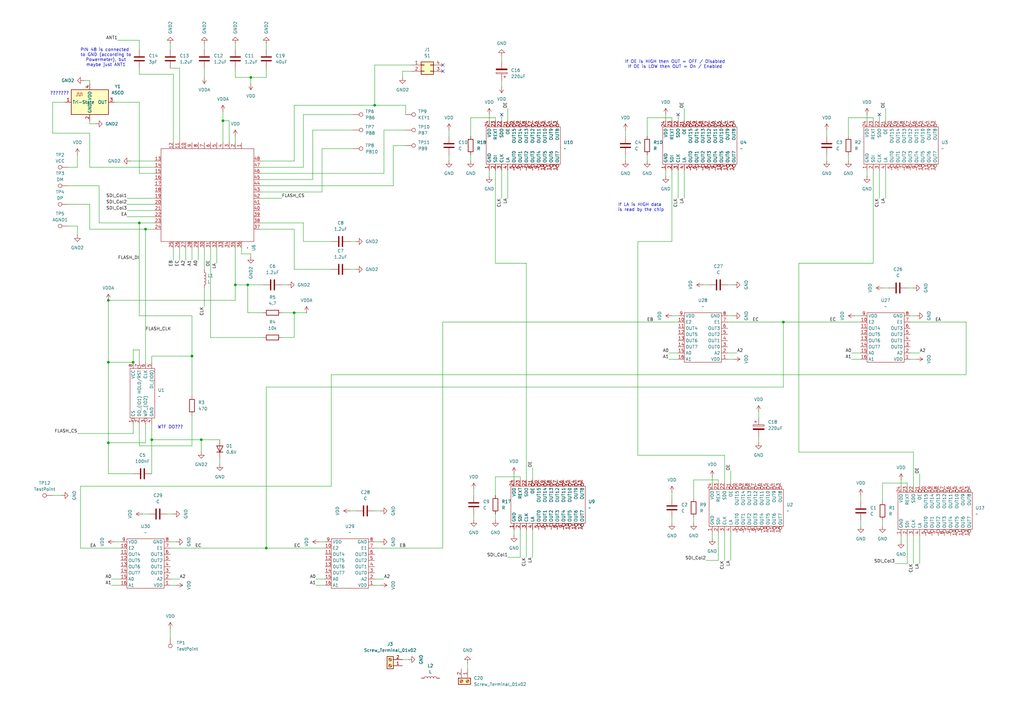
<source format=kicad_sch>
(kicad_sch (version 20250114) (generator "eeschema") (generator_version "9.0")
  (paper "A3")
  (text "???????" (at 24.384 38.354 0) (effects (font (size 1.27 1.27))))
  (text "If OE is HIGH then OUT = OFF / Disabled\nIf OE is LOW then OUT = On / Enabled" (at 276.86 26.416 0) (effects (font (size 1.27 1.27))))
  (text "If LA is HIGH data \nis read by the chip" (at 262.89 85.09 0) (effects (font (size 1.27 1.27))))
  (text "WTF DO???\n" (at 69.85 175.26 0) (effects (font (size 1.27 1.27))))
  (text "PIN 48 is connected \nto GND (according to\nPowermeter), but\nmaybe just ANT1" (at 43.434 23.622 0) (effects (font (size 1.27 1.27))))
  (junction (at 62.23 180.34))
  (junction (at 120.65 128.27))
  (junction (at 57.15 91.44))
  (junction (at 59.69 93.98))
  (junction (at 321.31 132.08))
  (junction (at 44.45 181.61))
  (junction (at 91.44 49.53))
  (junction (at 96.52 116.84))
  (junction (at 109.22 224.79))
  (junction (at 54.61 148.59))
  (junction (at 44.45 123.19))
  (junction (at 153.67 43.18))
  (junction (at 78.74 146.05))
  (junction (at 44.45 148.59))
  (junction (at 101.6 116.84))
  (junction (at 82.55 180.34))
  (junction (at 102.87 31.75))
  (no_connect (at 360.68 46.99))
  (no_connect (at 181.61 26.67))
  (no_connect (at 181.61 29.21))
  (no_connect (at 205.74 46.99))
  (no_connect (at 278.13 46.99))
  (wire (pts (xy 297.18 198.12) (xy 297.18 186.69)))
  (wire (pts (xy 52.07 81.28) (xy 63.5 81.28)))
  (wire (pts (xy 373.38 147.32) (xy 375.92 147.32)))
  (wire (pts (xy 33.02 199.39) (xy 135.89 199.39)))
  (wire (pts (xy 373.38 132.08) (xy 396.24 132.08)))
  (wire (pts (xy 374.65 185.42) (xy 374.65 199.39)))
  (wire (pts (xy 184.15 55.88) (xy 184.15 53.34)))
  (wire (pts (xy 275.59 204.47) (xy 275.59 201.93)))
  (wire (pts (xy 132.08 60.96) (xy 144.78 60.96)))
  (wire (pts (xy 374.65 219.71) (xy 374.65 231.14)))
  (wire (pts (xy 106.68 91.44) (xy 124.46 91.44)))
  (wire (pts (xy 52.07 86.36) (xy 63.5 86.36)))
  (wire (pts (xy 210.82 217.17) (xy 210.82 219.71)))
  (wire (pts (xy 299.72 193.04) (xy 299.72 198.12)))
  (wire (pts (xy 353.06 213.36) (xy 353.06 215.9)))
  (wire (pts (xy 62.23 180.34) (xy 62.23 194.31)))
  (wire (pts (xy 166.37 43.18) (xy 166.37 46.99)))
  (wire (pts (xy 284.48 196.85) (xy 284.48 204.47)))
  (wire (pts (xy 200.66 49.53) (xy 200.66 46.99)))
  (wire (pts (xy 96.52 31.75) (xy 102.87 31.75)))
  (wire (pts (xy 208.28 228.6) (xy 213.36 228.6)))
  (wire (pts (xy 115.57 138.43) (xy 120.65 138.43)))
  (wire (pts (xy 57.15 182.88) (xy 78.74 182.88)))
  (wire (pts (xy 57.15 20.32) (xy 57.15 16.51)))
  (wire (pts (xy 311.15 179.07) (xy 311.15 181.61)))
  (wire (pts (xy 215.9 107.95) (xy 203.2 107.95)))
  (wire (pts (xy 57.15 129.54) (xy 78.74 129.54)))
  (wire (pts (xy 120.65 128.27) (xy 125.73 128.27)))
  (wire (pts (xy 88.9 101.6) (xy 88.9 107.95)))
  (wire (pts (xy 194.31 203.2) (xy 194.31 200.66)))
  (wire (pts (xy 21.59 203.2) (xy 25.4 203.2)))
  (wire (pts (xy 33.02 224.79) (xy 33.02 199.39)))
  (wire (pts (xy 90.17 187.96) (xy 90.17 190.5)))
  (wire (pts (xy 157.48 71.12) (xy 157.48 53.34)))
  (wire (pts (xy 153.67 43.18) (xy 166.37 43.18)))
  (wire (pts (xy 203.2 195.58) (xy 203.2 203.2)))
  (wire (pts (xy 54.61 173.99) (xy 54.61 177.8)))
  (wire (pts (xy 57.15 41.91) (xy 57.15 71.12)))
  (wire (pts (xy 99.06 104.14) (xy 99.06 101.6)))
  (wire (pts (xy 44.45 181.61) (xy 44.45 148.59)))
  (wire (pts (xy 96.52 123.19) (xy 44.45 123.19)))
  (wire (pts (xy 106.68 71.12) (xy 157.48 71.12)))
  (wire (pts (xy 69.85 224.79) (xy 109.22 224.79)))
  (wire (pts (xy 62.23 173.99) (xy 62.23 180.34)))
  (wire (pts (xy 59.69 93.98) (xy 59.69 148.59)))
  (wire (pts (xy 358.14 107.95) (xy 327.66 107.95)))
  (wire (pts (xy 78.74 101.6) (xy 78.74 106.68)))
  (wire (pts (xy 129.54 240.03) (xy 133.35 240.03)))
  (wire (pts (xy 36.83 33.02) (xy 34.29 33.02)))
  (wire (pts (xy 62.23 180.34) (xy 82.55 180.34)))
  (wire (pts (xy 205.74 33.02) (xy 205.74 35.56)))
  (wire (pts (xy 57.15 173.99) (xy 57.15 182.88)))
  (wire (pts (xy 120.65 66.04) (xy 120.65 43.18)))
  (wire (pts (xy 292.1 198.12) (xy 292.1 195.58)))
  (wire (pts (xy 120.65 128.27) (xy 120.65 138.43)))
  (wire (pts (xy 373.38 129.54) (xy 375.92 129.54)))
  (wire (pts (xy 275.59 212.09) (xy 275.59 214.63)))
  (wire (pts (xy 208.28 44.45) (xy 208.28 49.53)))
  (wire (pts (xy 73.66 237.49) (xy 69.85 237.49)))
  (wire (pts (xy 256.54 63.5) (xy 256.54 66.04)))
  (wire (pts (xy 275.59 99.06) (xy 275.59 69.85)))
  (wire (pts (xy 86.36 101.6) (xy 86.36 138.43)))
  (wire (pts (xy 369.57 219.71) (xy 369.57 222.25)))
  (wire (pts (xy 59.69 93.98) (xy 63.5 93.98)))
  (wire (pts (xy 83.82 20.32) (xy 83.82 17.78)))
  (wire (pts (xy 31.75 96.52) (xy 31.75 92.71)))
  (wire (pts (xy 54.61 143.51) (xy 57.15 143.51)))
  (wire (pts (xy 36.83 83.82) (xy 36.83 93.98)))
  (wire (pts (xy 36.83 93.98) (xy 59.69 93.98)))
  (wire (pts (xy 213.36 217.17) (xy 213.36 228.6)))
  (wire (pts (xy 278.13 69.85) (xy 278.13 81.28)))
  (wire (pts (xy 106.68 73.66) (xy 128.27 73.66)))
  (wire (pts (xy 321.31 132.08) (xy 353.06 132.08)))
  (wire (pts (xy 31.75 177.8) (xy 54.61 177.8)))
  (wire (pts (xy 361.95 198.12) (xy 361.95 205.74)))
  (wire (pts (xy 36.83 49.53) (xy 36.83 50.8)))
  (wire (pts (xy 59.69 173.99) (xy 59.69 181.61)))
  (wire (pts (xy 102.87 104.14) (xy 99.06 104.14)))
  (wire (pts (xy 78.74 129.54) (xy 78.74 146.05)))
  (wire (pts (xy 86.36 138.43) (xy 107.95 138.43)))
  (wire (pts (xy 184.15 63.5) (xy 184.15 66.04)))
  (wire (pts (xy 369.57 199.39) (xy 369.57 196.85)))
  (wire (pts (xy 205.74 69.85) (xy 205.74 81.28)))
  (wire (pts (xy 181.61 224.79) (xy 181.61 132.08)))
  (wire (pts (xy 298.45 129.54) (xy 300.99 129.54)))
  (wire (pts (xy 31.75 68.58) (xy 27.94 68.58)))
  (wire (pts (xy 372.11 199.39) (xy 372.11 198.12)))
  (wire (pts (xy 261.62 99.06) (xy 275.59 99.06)))
  (wire (pts (xy 106.68 81.28) (xy 115.57 81.28)))
  (wire (pts (xy 69.85 222.25) (xy 72.39 222.25)))
  (wire (pts (xy 36.83 50.8) (xy 39.37 50.8)))
  (wire (pts (xy 96.52 101.6) (xy 96.52 116.84)))
  (wire (pts (xy 157.48 237.49) (xy 153.67 237.49)))
  (wire (pts (xy 181.61 132.08) (xy 278.13 132.08)))
  (wire (pts (xy 289.56 229.87) (xy 294.64 229.87)))
  (wire (pts (xy 153.67 209.55) (xy 156.21 209.55)))
  (wire (pts (xy 57.15 71.12) (xy 63.5 71.12)))
  (wire (pts (xy 83.82 101.6) (xy 83.82 110.49)))
  (wire (pts (xy 53.34 66.04) (xy 63.5 66.04)))
  (wire (pts (xy 218.44 191.77) (xy 218.44 196.85)))
  (wire (pts (xy 153.67 222.25) (xy 156.21 222.25)))
  (wire (pts (xy 200.66 69.85) (xy 200.66 72.39)))
  (wire (pts (xy 109.22 20.32) (xy 109.22 17.78)))
  (wire (pts (xy 83.82 27.94) (xy 83.82 31.75)))
  (wire (pts (xy 27.94 76.2) (xy 40.64 76.2)))
  (wire (pts (xy 327.66 185.42) (xy 374.65 185.42)))
  (wire (pts (xy 109.22 224.79) (xy 133.35 224.79)))
  (wire (pts (xy 203.2 107.95) (xy 203.2 69.85)))
  (wire (pts (xy 96.52 27.94) (xy 96.52 31.75)))
  (wire (pts (xy 353.06 205.74) (xy 353.06 203.2)))
  (wire (pts (xy 36.83 68.58) (xy 63.5 68.58)))
  (wire (pts (xy 327.66 107.95) (xy 327.66 185.42)))
  (wire (pts (xy 339.09 63.5) (xy 339.09 66.04)))
  (wire (pts (xy 265.43 63.5) (xy 265.43 66.04)))
  (wire (pts (xy 311.15 171.45) (xy 311.15 168.91)))
  (wire (pts (xy 73.66 58.42) (xy 73.66 27.94)))
  (wire (pts (xy 280.67 69.85) (xy 280.67 81.28)))
  (wire (pts (xy 203.2 210.82) (xy 203.2 213.36)))
  (wire (pts (xy 49.53 222.25) (xy 46.99 222.25)))
  (wire (pts (xy 59.69 181.61) (xy 44.45 181.61)))
  (wire (pts (xy 367.03 231.14) (xy 372.11 231.14)))
  (wire (pts (xy 91.44 49.53) (xy 91.44 58.42)))
  (wire (pts (xy 44.45 148.59) (xy 54.61 148.59)))
  (wire (pts (xy 278.13 46.99) (xy 278.13 49.53)))
  (wire (pts (xy 355.6 49.53) (xy 355.6 46.99)))
  (wire (pts (xy 106.68 78.74) (xy 132.08 78.74)))
  (wire (pts (xy 69.85 257.81) (xy 69.85 261.62)))
  (wire (pts (xy 273.05 69.85) (xy 273.05 72.39)))
  (wire (pts (xy 275.59 48.26) (xy 265.43 48.26)))
  (wire (pts (xy 265.43 48.26) (xy 265.43 55.88)))
  (wire (pts (xy 203.2 48.26) (xy 193.04 48.26)))
  (wire (pts (xy 321.31 158.75) (xy 109.22 158.75)))
  (wire (pts (xy 40.64 76.2) (xy 40.64 91.44)))
  (wire (pts (xy 106.68 68.58) (xy 124.46 68.58)))
  (wire (pts (xy 102.87 31.75) (xy 109.22 31.75)))
  (wire (pts (xy 101.6 128.27) (xy 101.6 116.84)))
  (wire (pts (xy 115.57 116.84) (xy 118.11 116.84)))
  (wire (pts (xy 27.94 83.82) (xy 36.83 83.82)))
  (wire (pts (xy 96.52 20.32) (xy 96.52 17.78)))
  (wire (pts (xy 377.19 144.78) (xy 373.38 144.78)))
  (wire (pts (xy 120.65 43.18) (xy 153.67 43.18)))
  (wire (pts (xy 62.23 148.59) (xy 62.23 146.05)))
  (wire (pts (xy 21.59 54.61) (xy 36.83 54.61)))
  (wire (pts (xy 358.14 49.53) (xy 358.14 48.26)))
  (wire (pts (xy 120.65 93.98) (xy 120.65 110.49)))
  (wire (pts (xy 165.1 29.21) (xy 168.91 29.21)))
  (wire (pts (xy 205.74 25.4) (xy 205.74 22.86)))
  (wire (pts (xy 339.09 55.88) (xy 339.09 53.34)))
  (wire (pts (xy 133.35 222.25) (xy 130.81 222.25)))
  (wire (pts (xy 78.74 182.88) (xy 78.74 170.18)))
  (wire (pts (xy 124.46 68.58) (xy 124.46 46.99)))
  (wire (pts (xy 45.72 240.03) (xy 49.53 240.03)))
  (wire (pts (xy 256.54 55.88) (xy 256.54 53.34)))
  (wire (pts (xy 358.14 48.26) (xy 347.98 48.26)))
  (wire (pts (xy 284.48 212.09) (xy 284.48 214.63)))
  (wire (pts (xy 157.48 53.34) (xy 166.37 53.34)))
  (wire (pts (xy 261.62 186.69) (xy 261.62 99.06)))
  (wire (pts (xy 294.64 218.44) (xy 294.64 229.87)))
  (wire (pts (xy 161.29 76.2) (xy 161.29 59.69)))
  (wire (pts (xy 215.9 196.85) (xy 215.9 107.95)))
  (wire (pts (xy 124.46 99.06) (xy 135.89 99.06)))
  (wire (pts (xy 44.45 123.19) (xy 44.45 148.59)))
  (wire (pts (xy 129.54 237.49) (xy 133.35 237.49)))
  (wire (pts (xy 106.68 66.04) (xy 120.65 66.04)))
  (wire (pts (xy 93.98 49.53) (xy 91.44 49.53)))
  (wire (pts (xy 208.28 69.85) (xy 208.28 81.28)))
  (wire (pts (xy 355.6 69.85) (xy 355.6 72.39)))
  (wire (pts (xy 57.15 91.44) (xy 63.5 91.44)))
  (wire (pts (xy 218.44 217.17) (xy 218.44 228.6)))
  (wire (pts (xy 57.15 143.51) (xy 57.15 148.59)))
  (wire (pts (xy 363.22 44.45) (xy 363.22 49.53)))
  (wire (pts (xy 353.06 129.54) (xy 350.52 129.54)))
  (wire (pts (xy 57.15 91.44) (xy 57.15 129.54)))
  (wire (pts (xy 273.05 49.53) (xy 273.05 46.99)))
  (wire (pts (xy 298.45 116.84) (xy 300.99 116.84)))
  (wire (pts (xy 69.85 240.03) (xy 72.39 240.03)))
  (wire (pts (xy 21.59 41.91) (xy 21.59 54.61)))
  (wire (pts (xy 203.2 49.53) (xy 203.2 48.26)))
  (wire (pts (xy 91.44 45.72) (xy 91.44 49.53)))
  (wire (pts (xy 36.83 34.29) (xy 36.83 33.02)))
  (wire (pts (xy 62.23 146.05) (xy 78.74 146.05)))
  (wire (pts (xy 321.31 132.08) (xy 321.31 158.75)))
  (wire (pts (xy 31.75 63.5) (xy 31.75 68.58)))
  (wire (pts (xy 128.27 73.66) (xy 128.27 53.34)))
  (wire (pts (xy 143.51 99.06) (xy 146.05 99.06)))
  (wire (pts (xy 165.1 31.75) (xy 165.1 29.21)))
  (wire (pts (xy 135.89 199.39) (xy 135.89 153.67)))
  (wire (pts (xy 132.08 78.74) (xy 132.08 60.96)))
  (wire (pts (xy 57.15 30.48) (xy 71.12 30.48)))
  (wire (pts (xy 57.15 27.94) (xy 57.15 30.48)))
  (wire (pts (xy 73.66 101.6) (xy 73.66 106.68)))
  (wire (pts (xy 213.36 196.85) (xy 213.36 195.58)))
  (wire (pts (xy 302.26 144.78) (xy 298.45 144.78)))
  (wire (pts (xy 153.67 26.67) (xy 168.91 26.67)))
  (wire (pts (xy 73.66 27.94) (xy 69.85 27.94)))
  (wire (pts (xy 165.1 270.51) (xy 167.64 270.51)))
  (wire (pts (xy 106.68 76.2) (xy 161.29 76.2)))
  (wire (pts (xy 210.82 196.85) (xy 210.82 194.31)))
  (wire (pts (xy 52.07 88.9) (xy 63.5 88.9)))
  (wire (pts (xy 361.95 213.36) (xy 361.95 215.9)))
  (wire (pts (xy 360.68 69.85) (xy 360.68 81.28)))
  (wire (pts (xy 294.64 196.85) (xy 284.48 196.85)))
  (wire (pts (xy 78.74 146.05) (xy 78.74 162.56)))
  (wire (pts (xy 213.36 195.58) (xy 203.2 195.58)))
  (wire (pts (xy 81.28 101.6) (xy 81.28 106.68)))
  (wire (pts (xy 96.52 58.42) (xy 96.52 55.88)))
  (wire (pts (xy 377.19 194.31) (xy 377.19 199.39)))
  (wire (pts (xy 274.32 144.78) (xy 278.13 144.78)))
  (wire (pts (xy 360.68 46.99) (xy 360.68 49.53)))
  (wire (pts (xy 298.45 132.08) (xy 321.31 132.08)))
  (wire (pts (xy 143.51 110.49) (xy 146.05 110.49)))
  (wire (pts (xy 372.11 219.71) (xy 372.11 231.14)))
  (wire (pts (xy 76.2 101.6) (xy 76.2 106.68)))
  (wire (pts (xy 278.13 129.54) (xy 275.59 129.54)))
  (wire (pts (xy 96.52 116.84) (xy 96.52 123.19)))
  (wire (pts (xy 193.04 63.5) (xy 193.04 66.04)))
  (wire (pts (xy 297.18 218.44) (xy 297.18 229.87)))
  (wire (pts (xy 102.87 105.41) (xy 102.87 104.14)))
  (wire (pts (xy 93.98 58.42) (xy 93.98 49.53)))
  (wire (pts (xy 294.64 198.12) (xy 294.64 196.85)))
  (wire (pts (xy 363.22 69.85) (xy 363.22 81.28)))
  (wire (pts (xy 46.99 41.91) (xy 57.15 41.91)))
  (wire (pts (xy 347.98 63.5) (xy 347.98 66.04)))
  (wire (pts (xy 275.59 49.53) (xy 275.59 48.26)))
  (wire (pts (xy 48.26 16.51) (xy 57.15 16.51)))
  (wire (pts (xy 109.22 158.75) (xy 109.22 224.79)))
  (wire (pts (xy 349.25 147.32) (xy 353.06 147.32)))
  (wire (pts (xy 153.67 43.18) (xy 153.67 26.67)))
  (wire (pts (xy 69.85 20.32) (xy 69.85 17.78)))
  (wire (pts (xy 372.11 198.12) (xy 361.95 198.12)))
  (wire (pts (xy 101.6 116.84) (xy 107.95 116.84)))
  (wire (pts (xy 26.67 41.91) (xy 21.59 41.91)))
  (wire (pts (xy 96.52 116.84) (xy 101.6 116.84)))
  (wire (pts (xy 33.02 224.79) (xy 49.53 224.79)))
  (wire (pts (xy 372.11 118.11) (xy 374.65 118.11)))
  (wire (pts (xy 292.1 218.44) (xy 292.1 220.98)))
  (wire (pts (xy 364.49 118.11) (xy 361.95 118.11)))
  (wire (pts (xy 280.67 44.45) (xy 280.67 49.53)))
  (wire (pts (xy 36.83 54.61) (xy 36.83 68.58)))
  (wire (pts (xy 40.64 91.44) (xy 57.15 91.44)))
  (wire (pts (xy 124.46 91.44) (xy 124.46 99.06)))
  (wire (pts (xy 106.68 93.98) (xy 120.65 93.98)))
  (wire (pts (xy 377.19 219.71) (xy 377.19 231.14)))
  (wire (pts (xy 54.61 194.31) (xy 44.45 194.31)))
  (wire (pts (xy 146.05 209.55) (xy 143.51 209.55)))
  (wire (pts (xy 124.46 46.99) (xy 144.78 46.99)))
  (wire (pts (xy 71.12 30.48) (xy 71.12 58.42)))
  (wire (pts (xy 102.87 31.75) (xy 102.87 34.29)))
  (wire (pts (xy 115.57 128.27) (xy 120.65 128.27)))
  (wire (pts (xy 68.58 210.82) (xy 71.12 210.82)))
  (wire (pts (xy 396.24 153.67) (xy 396.24 132.08)))
  (wire (pts (xy 120.65 110.49) (xy 135.89 110.49)))
  (wire (pts (xy 274.32 147.32) (xy 278.13 147.32)))
  (wire (pts (xy 290.83 116.84) (xy 288.29 116.84)))
  (wire (pts (xy 54.61 148.59) (xy 54.61 143.51)))
  (wire (pts (xy 298.45 147.32) (xy 300.99 147.32)))
  (wire (pts (xy 349.25 144.78) (xy 353.06 144.78)))
  (wire (pts (xy 83.82 118.11) (xy 83.82 125.73)))
  (wire (pts (xy 193.04 48.26) (xy 193.04 55.88)))
  (wire (pts (xy 194.31 210.82) (xy 194.31 213.36)))
  (wire (pts (xy 191.77 274.32) (xy 191.77 271.78)))
  (wire (pts (xy 71.12 101.6) (xy 71.12 106.68)))
  (wire (pts (xy 358.14 69.85) (xy 358.14 107.95)))
  (wire (pts (xy 205.74 46.99) (xy 205.74 49.53)))
  (wire (pts (xy 215.9 217.17) (xy 215.9 228.6)))
  (wire (pts (xy 128.27 53.34) (xy 144.78 53.34)))
  (wire (pts (xy 161.29 59.69) (xy 166.37 59.69)))
  (wire (pts (xy 82.55 180.34) (xy 82.55 185.42)))
  (wire (pts (xy 297.18 186.69) (xy 261.62 186.69)))
  (wire (pts (xy 31.75 92.71) (xy 27.94 92.71)))
  (wire (pts (xy 107.95 128.27) (xy 101.6 128.27)))
  (wire (pts (xy 52.07 83.82) (xy 63.5 83.82)))
  (wire (pts (xy 60.96 210.82) (xy 58.42 210.82)))
  (wire (pts (xy 347.98 48.26) (xy 347.98 55.88)))
  (wire (pts (xy 109.22 31.75) (xy 109.22 27.94)))
  (wire (pts (xy 45.72 237.49) (xy 49.53 237.49)))
  (wire (pts (xy 153.67 240.03) (xy 156.21 240.03)))
  (wire (pts (xy 299.72 218.44) (xy 299.72 229.87)))
  (wire (pts (xy 135.89 153.67) (xy 396.24 153.67)))
  (wire (pts (xy 153.67 224.79) (xy 181.61 224.79)))
  (wire (pts (xy 82.55 180.34) (xy 90.17 180.34)))
  (wire (pts (xy 44.45 194.31) (xy 44.45 181.61)))
  (label "EC" (at 80.01 224.79 0))
  (label "A1" (at 349.25 147.32 180))
  (label "LA" (at 299.72 229.87 270))
  (label "EC" (at 123.19 224.79 180))
  (label "EC" (at 73.66 106.68 270))
  (label "SDI_Col2" (at 289.56 229.87 180))
  (label "OE" (at 86.36 106.68 270))
  (label "OE" (at 363.22 44.45 90))
  (label "SDI_Col2" (at 52.07 83.82 180))
  (label "SDI_Col3" (at 367.03 231.14 180))
  (label "CLK" (at 360.68 81.28 270))
  (label "EC" (at 308.61 132.08 0))
  (label "LA" (at 377.19 231.14 270))
  (label "LA" (at 218.44 228.6 270))
  (label "LA" (at 280.67 81.28 270))
  (label "OE" (at 299.72 193.04 90))
  (label "CLK" (at 297.18 229.87 270))
  (label "A2" (at 157.48 237.49 0))
  (label "A0" (at 81.28 106.68 270))
  (label "A1" (at 129.54 240.03 180))
  (label "SDI_Col1" (at 208.28 228.6 180))
  (label "A2" (at 302.26 144.78 0))
  (label "EB" (at 267.97 132.08 180))
  (label "FLASH_CLK" (at 59.69 135.89 0))
  (label "A1" (at 78.74 106.68 270))
  (label "FLASH_CS" (at 115.57 81.28 0))
  (label "EB" (at 163.83 224.79 0))
  (label "A1" (at 274.32 147.32 180))
  (label "EA" (at 52.07 88.9 180))
  (label "SDI_Col1" (at 52.07 81.28 180))
  (label "CLK" (at 83.82 125.73 270))
  (label "LA" (at 208.28 81.28 270))
  (label "CLK" (at 215.9 228.6 270))
  (label "OE" (at 280.67 44.45 90))
  (label "EA" (at 39.37 224.79 180))
  (label "OE" (at 218.44 191.77 90))
  (label "OE" (at 208.28 44.45 90))
  (label "FLASH_CS" (at 31.75 177.8 180))
  (label "A2" (at 76.2 106.68 270))
  (label "SDI_Col3" (at 52.07 86.36 180))
  (label "OE" (at 377.19 194.31 90))
  (label "LA" (at 88.9 107.95 270))
  (label "EC" (at 342.9 132.08 180))
  (label "CLK" (at 374.65 231.14 270))
  (label "CLK" (at 278.13 81.28 270))
  (label "A1" (at 45.72 240.03 180))
  (label "EA" (at 383.54 132.08 0))
  (label "EB" (at 71.12 106.68 270))
  (label "A0" (at 129.54 237.49 180))
  (label "A0" (at 274.32 144.78 180))
  (label "ANT1" (at 48.26 16.51 180))
  (label "A0" (at 349.25 144.78 180))
  (label "FLASH_DI" (at 57.15 106.68 180))
  (label "CLK" (at 205.74 81.28 270))
  (label "LA" (at 363.22 81.28 270))
  (label "A0" (at 45.72 237.49 180))
  (label "A2" (at 377.19 144.78 0))
  (label "A2" (at 73.66 237.49 0))
  (symbol (lib_id "power:VDD") (at 200.66 46.99 0) (unit 1)
    (property "Reference" "#PWR023" (effects (hide yes)))
    (property "Value" "VDD" (at 200.66 41.91 0))
    (property "Description" "Power symbol creates a global label with name \"VDD\"" (effects (hide yes)))
  )
  (symbol (lib_id "Connector:TestPoint") (at 166.37 46.99 270) (unit 1)
    (property "Reference" "TP9" (at 171.45 45.7199 90) (effects (justify left)))
    (property "Value" "KEY1" (at 171.45 48.2599 90) (effects (justify left)))
    (property "Description" "test point" (effects (hide yes)))
  )
  (symbol (lib_id "Device:C") (at 294.64 116.84 90) (unit 1)
    (property "Reference" "C27" (at 294.64 109.22 90))
    (property "Value" "C" (at 294.64 111.76 90))
    (property "Description" "Unpolarized capacitor" (effects (hide yes)))
  )
  (symbol (lib_id "power:GND") (at 90.17 190.5 0) (unit 1)
    (property "Reference" "#PWR053" (effects (hide yes)))
    (property "Value" "GND" (at 90.17 195.58 0))
    (property "Description" "Power symbol creates a global label with name \"GND\" , ground" (effects (hide yes)))
  )
  (symbol (lib_id "lib:UnknownUc") (at 85.09 80.01 0) (unit 1)
    (property "Reference" "U6" (at 104.0132 101.6 90))
    (property "Value" "~" (at 101.4732 101.6 90))
  )
  (symbol (lib_id "power:VDD") (at 353.06 203.2 0) (unit 1)
    (property "Reference" "#PWR040" (effects (hide yes)))
    (property "Value" "VDD" (at 353.06 198.12 0))
    (property "Description" "Power symbol creates a global label with name \"VDD\"" (effects (hide yes)))
  )
  (symbol (lib_id "Connector:TestPoint") (at 21.59 203.2 90) (unit 1)
    (property "Reference" "TP12" (at 18.288 198.12 90))
    (property "Value" "TestPoint" (at 18.288 200.66 90))
    (property "Description" "test point" (effects (hide yes)))
  )
  (symbol (lib_id "power:GND") (at 256.54 66.04 0) (unit 1)
    (property "Reference" "#PWR012" (effects (hide yes)))
    (property "Value" "GND" (at 256.54 71.12 0))
    (property "Description" "Power symbol creates a global label with name \"GND\" , ground" (effects (hide yes)))
  )
  (symbol (lib_id "Connector:Screw_Terminal_01x02") (at 191.77 279.4 270) (unit 1)
    (property "Reference" "C20" (at 194.31 278.1299 90) (effects (justify left)))
    (property "Value" "Screw_Terminal_01x02" (at 194.31 280.6699 90) (effects (justify left)))
    (property "Description" "Generic screw terminal, single row, 01x02, script generated (kicad-library-utils/schlib/autogen/connector/)" (effects (hide yes)))
  )
  (symbol (lib_id "power:GND2") (at 109.22 17.78 180) (unit 1)
    (property "Reference" "#PWR070" (effects (hide yes)))
    (property "Value" "GND2" (at 109.2199 13.97 90) (effects (justify right)))
    (property "Description" "Power symbol creates a global label with name \"GND2\" , ground" (effects (hide yes)))
  )
  (symbol (lib_id "power:VDD") (at 288.29 116.84 90) (unit 1)
    (property "Reference" "#PWR035" (effects (hide yes)))
    (property "Value" "VDD" (at 283.21 116.84 0))
    (property "Description" "Power symbol creates a global label with name \"VDD\"" (effects (hide yes)))
  )
  (symbol (lib_id "power:GND") (at 292.1 220.98 0) (unit 1)
    (property "Reference" "#PWR05" (effects (hide yes)))
    (property "Value" "GND" (at 292.1 226.06 0))
    (property "Description" "Power symbol creates a global label with name \"GND\" , ground" (effects (hide yes)))
  )
  (symbol (lib_id "power:VDD") (at 46.99 222.25 90) (unit 1)
    (property "Reference" "#PWR032" (effects (hide yes)))
    (property "Value" "VDD" (at 41.91 222.25 0))
    (property "Description" "Power symbol creates a global label with name \"VDD\"" (effects (hide yes)))
  )
  (symbol (lib_id "power:VDD") (at 369.57 196.85 0) (unit 1)
    (property "Reference" "#PWR026" (effects (hide yes)))
    (property "Value" "VDD" (at 369.57 191.77 0))
    (property "Description" "Power symbol creates a global label with name \"VDD\"" (effects (hide yes)))
  )
  (symbol (lib_id "power:GND2") (at 102.87 105.41 0) (unit 1)
    (property "Reference" "#PWR057" (effects (hide yes)))
    (property "Value" "GND2" (at 102.8699 109.22 90) (effects (justify right)))
    (property "Description" "Power symbol creates a global label with name \"GND2\" , ground" (effects (hide yes)))
  )
  (symbol (lib_id "power:GND") (at 191.77 271.78 180) (unit 1)
    (property "Reference" "#PWR052" (effects (hide yes)))
    (property "Value" "GND" (at 191.77 266.7 0))
    (property "Description" "Power symbol creates a global label with name \"GND\" , ground" (effects (hide yes)))
  )
  (symbol (lib_id "Device:C") (at 149.86 209.55 90) (unit 1)
    (property "Reference" "C28" (at 149.86 201.93 90))
    (property "Value" "C" (at 149.86 204.47 90))
    (property "Description" "Unpolarized capacitor" (effects (hide yes)))
  )
  (symbol (lib_id "Device:C") (at 58.42 194.31 90) (unit 1)
    (property "Reference" "C5" (at 58.42 186.69 90))
    (property "Value" "100nF" (at 58.42 189.23 90))
    (property "Description" "Unpolarized capacitor" (effects (hide yes)))
  )
  (symbol (lib_id "power:VDD") (at 205.74 35.56 180) (unit 1)
    (property "Reference" "#PWR043" (effects (hide yes)))
    (property "Value" "VDD" (at 205.74 40.64 0))
    (property "Description" "Power symbol creates a global label with name \"VDD\"" (effects (hide yes)))
  )
  (symbol (lib_id "Connector:TestPoint") (at 166.37 59.69 270) (unit 1)
    (property "Reference" "TP11" (at 171.45 58.4199 90) (effects (justify left)))
    (property "Value" "PB9" (at 171.45 60.9599 90) (effects (justify left)))
    (property "Description" "test point" (effects (hide yes)))
  )
  (symbol (lib_id "lib:FM6124DJ") (at 287.02 59.69 90) (unit 1)
    (property "Reference" "U4" (at 303.53 58.4199 90) (effects (justify right)))
    (property "Value" "~" (at 303.53 60.9599 90) (effects (justify right)))
  )
  (symbol (lib_id "power:GND") (at 374.65 118.11 90) (unit 1)
    (property "Reference" "#PWR019" (effects (hide yes)))
    (property "Value" "GND" (at 379.73 118.11 0))
    (property "Description" "Power symbol creates a global label with name \"GND\" , ground" (effects (hide yes)))
  )
  (symbol (lib_id "Device:R") (at 111.76 128.27 90) (unit 1)
    (property "Reference" "R5" (at 111.76 121.92 90))
    (property "Value" "4.7" (at 111.76 124.46 90))
    (property "Description" "Resistor" (effects (hide yes)))
  )
  (symbol (lib_id "power:GND") (at 184.15 66.04 0) (unit 1)
    (property "Reference" "#PWR011" (effects (hide yes)))
    (property "Value" "GND" (at 184.15 71.12 0))
    (property "Description" "Power symbol creates a global label with name \"GND\" , ground" (effects (hide yes)))
  )
  (symbol (lib_id "power:VDD") (at 256.54 53.34 0) (unit 1)
    (property "Reference" "#PWR038" (effects (hide yes)))
    (property "Value" "VDD" (at 256.54 48.26 0))
    (property "Description" "Power symbol creates a global label with name \"VDD\"" (effects (hide yes)))
  )
  (symbol (lib_id "Device:R") (at 347.98 59.69 0) (unit 1)
    (property "Reference" "R2" (at 350.52 58.4199 0) (effects (justify left)))
    (property "Value" "R" (at 350.52 60.9599 0) (effects (justify left)))
    (property "Description" "Resistor" (effects (hide yes)))
  )
  (symbol (lib_id "Device:C") (at 256.54 59.69 0) (unit 1)
    (property "Reference" "C4" (at 260.35 58.4199 0) (effects (justify left)))
    (property "Value" "C" (at 260.35 60.9599 0) (effects (justify left)))
    (property "Description" "Unpolarized capacitor" (effects (hide yes)))
  )
  (symbol (lib_id "power:GND") (at 203.2 213.36 0) (unit 1)
    (property "Reference" "#PWR050" (effects (hide yes)))
    (property "Value" "GND" (at 203.2 218.44 0))
    (property "Description" "Power symbol creates a global label with name \"GND\" , ground" (effects (hide yes)))
  )
  (symbol (lib_id "Connector:TestPoint") (at 27.94 83.82 90) (unit 1)
    (property "Reference" "TP4" (at 24.638 78.74 90))
    (property "Value" "DP" (at 24.638 81.28 90))
    (property "Description" "test point" (effects (hide yes)))
  )
  (symbol (lib_id "Device:R") (at 203.2 207.01 0) (unit 1)
    (property "Reference" "R17" (at 205.74 205.7399 0) (effects (justify left)))
    (property "Value" "R" (at 205.74 208.2799 0) (effects (justify left)))
    (property "Description" "Resistor" (effects (hide yes)))
  )
  (symbol (lib_id "power:VDD") (at 300.99 147.32 270) (unit 1)
    (property "Reference" "#PWR064" (effects (hide yes)))
    (property "Value" "VDD" (at 306.07 147.32 0))
    (property "Description" "Power symbol creates a global label with name \"VDD\"" (effects (hide yes)))
  )
  (symbol (lib_id "Device:R") (at 111.76 138.43 90) (unit 1)
    (property "Reference" "R4" (at 111.76 132.08 90))
    (property "Value" "10k" (at 111.76 134.62 90))
    (property "Description" "Resistor" (effects (hide yes)))
  )
  (symbol (lib_id "power:VDD") (at 58.42 210.82 90) (unit 1)
    (property "Reference" "#PWR033" (effects (hide yes)))
    (property "Value" "VDD" (at 53.34 210.82 0))
    (property "Description" "Power symbol creates a global label with name \"VDD\"" (effects (hide yes)))
  )
  (symbol (lib_id "lib:TC7262") (at 143.51 231.14 180) (unit 1)
    (property "Reference" "U29" (at 143.51 215.9 0))
    (property "Value" "~" (at 143.51 218.44 0))
  )
  (symbol (lib_id "power:VDD") (at 339.09 53.34 0) (unit 1)
    (property "Reference" "#PWR039" (effects (hide yes)))
    (property "Value" "VDD" (at 339.09 48.26 0))
    (property "Description" "Power symbol creates a global label with name \"VDD\"" (effects (hide yes)))
  )
  (symbol (lib_id "Device:R") (at 78.74 166.37 0) (unit 1)
    (property "Reference" "R3" (at 81.28 165.0999 0) (effects (justify left)))
    (property "Value" "470" (at 81.28 167.6399 0) (effects (justify left)))
    (property "Description" "Resistor" (effects (hide yes)))
  )
  (symbol (lib_id "power:VDD") (at 210.82 194.31 0) (unit 1)
    (property "Reference" "#PWR028" (effects (hide yes)))
    (property "Value" "VDD" (at 210.82 189.23 0))
    (property "Description" "Power symbol creates a global label with name \"VDD\"" (effects (hide yes)))
  )
  (symbol (lib_id "Oscillator:ASCO") (at 36.83 41.91 0) (unit 1)
    (property "Reference" "Y1" (at 48.26 35.4898 0))
    (property "Value" "ASCO" (at 48.26 38.0298 0))
    (property "Footprint" "Oscillator:Oscillator_SMD_Abracon_ASCO-4Pin_1.6x1.2mm" (effects (hide yes)))
    (property "Datasheet" "https://abracon.com/Oscillators/ASCO.pdf" (effects (hide yes)))
    (property "Description" "Crystal Clock Oscillator, Abracon ASCO" (effects (hide yes)))
  )
  (symbol (lib_id "power:VDD") (at 69.85 257.81 0) (unit 1)
    (property "Reference" "#PWR078" (effects (hide yes)))
    (property "Value" "VDD" (at 69.85 252.73 0))
    (property "Description" "Power symbol creates a global label with name \"VDD\"" (effects (hide yes)))
  )
  (symbol (lib_id "power:GND2") (at 69.85 17.78 180) (unit 1)
    (property "Reference" "#PWR073" (effects (hide yes)))
    (property "Value" "GND2" (at 69.8499 13.97 90) (effects (justify right)))
    (property "Description" "Power symbol creates a global label with name \"GND2\" , ground" (effects (hide yes)))
  )
  (symbol (lib_id "Connector:TestPoint") (at 27.94 68.58 90) (unit 1)
    (property "Reference" "TP2" (at 24.638 63.5 90))
    (property "Value" "VCC" (at 24.638 66.04 90))
    (property "Description" "test point" (effects (hide yes)))
  )
  (symbol (lib_id "power:VDD") (at 156.21 240.03 270) (unit 1)
    (property "Reference" "#PWR063" (effects (hide yes)))
    (property "Value" "VDD" (at 161.29 240.03 0))
    (property "Description" "Power symbol creates a global label with name \"VDD\"" (effects (hide yes)))
  )
  (symbol (lib_id "power:VDD") (at 184.15 53.34 0) (unit 1)
    (property "Reference" "#PWR037" (effects (hide yes)))
    (property "Value" "VDD" (at 184.15 48.26 0))
    (property "Description" "Power symbol creates a global label with name \"VDD\"" (effects (hide yes)))
  )
  (symbol (lib_id "Device:C") (at 111.76 116.84 90) (unit 1)
    (property "Reference" "C6" (at 111.76 109.22 90))
    (property "Value" "1.2uF" (at 111.76 111.76 90))
    (property "Description" "Unpolarized capacitor" (effects (hide yes)))
  )
  (symbol (lib_id "Device:L") (at 176.53 278.13 90) (unit 1)
    (property "Reference" "L2" (at 176.53 273.05 90))
    (property "Value" "L" (at 176.53 275.59 90))
    (property "Description" "Inductor" (effects (hide yes)))
  )
  (symbol (lib_id "power:VDD") (at 355.6 46.99 0) (unit 1)
    (property "Reference" "#PWR025" (effects (hide yes)))
    (property "Value" "VDD" (at 355.6 41.91 0))
    (property "Description" "Power symbol creates a global label with name \"VDD\"" (effects (hide yes)))
  )
  (symbol (lib_id "power:GND") (at 71.12 210.82 90) (unit 1)
    (property "Reference" "#PWR017" (effects (hide yes)))
    (property "Value" "GND" (at 76.2 210.82 0))
    (property "Description" "Power symbol creates a global label with name \"GND\" , ground" (effects (hide yes)))
  )
  (symbol (lib_id "power:GND") (at 375.92 129.54 90) (unit 1)
    (property "Reference" "#PWR08" (effects (hide yes)))
    (property "Value" "GND" (at 381 129.54 0))
    (property "Description" "Power symbol creates a global label with name \"GND\" , ground" (effects (hide yes)))
  )
  (symbol (lib_id "power:VDD") (at 361.95 118.11 90) (unit 1)
    (property "Reference" "#PWR036" (effects (hide yes)))
    (property "Value" "VDD" (at 356.87 118.11 0))
    (property "Description" "Power symbol creates a global label with name \"VDD\"" (effects (hide yes)))
  )
  (symbol (lib_id "Device:R") (at 284.48 208.28 0) (unit 1)
    (property "Reference" "R9" (at 287.02 207.0099 0) (effects (justify left)))
    (property "Value" "R" (at 287.02 209.5499 0) (effects (justify left)))
    (property "Description" "Resistor" (effects (hide yes)))
  )
  (symbol (lib_id "power:GND") (at 194.31 213.36 0) (unit 1)
    (property "Reference" "#PWR016" (effects (hide yes)))
    (property "Value" "GND" (at 194.31 218.44 0))
    (property "Description" "Power symbol creates a global label with name \"GND\" , ground" (effects (hide yes)))
  )
  (symbol (lib_id "Connector:TestPoint") (at 69.85 261.62 180) (unit 1)
    (property "Reference" "TP1" (at 72.39 263.6519 0) (effects (justify right)))
    (property "Value" "TestPoint" (at 72.39 266.1919 0) (effects (justify right)))
    (property "Description" "test point" (effects (hide yes)))
  )
  (symbol (lib_id "power:GND") (at 369.57 222.25 0) (unit 1)
    (property "Reference" "#PWR04" (effects (hide yes)))
    (property "Value" "GND" (at 369.57 227.33 0))
    (property "Description" "Power symbol creates a global label with name \"GND\" , ground" (effects (hide yes)))
  )
  (symbol (lib_id "Device:R") (at 193.04 59.69 0) (unit 1)
    (property "Reference" "R18" (at 195.58 58.4199 0) (effects (justify left)))
    (property "Value" "R" (at 195.58 60.9599 0) (effects (justify left)))
    (property "Description" "Resistor" (effects (hide yes)))
  )
  (symbol (lib_id "Device:C") (at 368.3 118.11 90) (unit 1)
    (property "Reference" "C26" (at 368.3 110.49 90))
    (property "Value" "C" (at 368.3 113.03 90))
    (property "Description" "Unpolarized capacitor" (effects (hide yes)))
  )
  (symbol (lib_id "lib:TC7262") (at 59.69 231.14 180) (unit 1)
    (property "Reference" "U30" (at 59.69 215.9 0))
    (property "Value" "~" (at 59.69 218.44 0))
  )
  (symbol (lib_id "power:GND") (at 347.98 66.04 0) (unit 1)
    (property "Reference" "#PWR047" (effects (hide yes)))
    (property "Value" "GND" (at 347.98 71.12 0))
    (property "Description" "Power symbol creates a global label with name \"GND\" , ground" (effects (hide yes)))
  )
  (symbol (lib_id "power:VDD") (at 194.31 200.66 0) (unit 1)
    (property "Reference" "#PWR042" (effects (hide yes)))
    (property "Value" "VDD" (at 194.31 195.58 0))
    (property "Description" "Power symbol creates a global label with name \"VDD\"" (effects (hide yes)))
  )
  (symbol (lib_id "power:GND") (at 210.82 219.71 0) (unit 1)
    (property "Reference" "#PWR06" (effects (hide yes)))
    (property "Value" "GND" (at 210.82 224.79 0))
    (property "Description" "Power symbol creates a global label with name \"GND\" , ground" (effects (hide yes)))
  )
  (symbol (lib_id "power:GND") (at 339.09 66.04 0) (unit 1)
    (property "Reference" "#PWR013" (effects (hide yes)))
    (property "Value" "GND" (at 339.09 71.12 0))
    (property "Description" "Power symbol creates a global label with name \"GND\" , ground" (effects (hide yes)))
  )
  (symbol (lib_id "power:GND2") (at 165.1 31.75 0) (unit 1)
    (property "Reference" "#PWR080" (effects (hide yes)))
    (property "Value" "GND2" (at 165.1 36.83 0))
    (property "Description" "Power symbol creates a global label with name \"GND2\" , ground" (effects (hide yes)))
  )
  (symbol (lib_id "Device:C") (at 184.15 59.69 0) (unit 1)
    (property "Reference" "C10" (at 187.96 58.4199 0) (effects (justify left)))
    (property "Value" "C" (at 187.96 60.9599 0) (effects (justify left)))
    (property "Description" "Unpolarized capacitor" (effects (hide yes)))
  )
  (symbol (lib_id "power:VDDA") (at 83.82 31.75 180) (unit 1)
    (property "Reference" "#PWR077" (effects (hide yes)))
    (property "Value" "VDDA" (at 83.82 36.83 0))
    (property "Description" "Power symbol creates a global label with name \"VDDA\"" (effects (hide yes)))
  )
  (symbol (lib_id "power:GND") (at 355.6 72.39 0) (unit 1)
    (property "Reference" "#PWR03" (effects (hide yes)))
    (property "Value" "GND" (at 355.6 77.47 0))
    (property "Description" "Power symbol creates a global label with name \"GND\" , ground" (effects (hide yes)))
  )
  (symbol (lib_id "power:VDD") (at 273.05 46.99 0) (unit 1)
    (property "Reference" "#PWR024" (effects (hide yes)))
    (property "Value" "VDD" (at 273.05 41.91 0))
    (property "Description" "Power symbol creates a global label with name \"VDD\"" (effects (hide yes)))
  )
  (symbol (lib_id "power:VDD") (at 72.39 240.03 270) (unit 1)
    (property "Reference" "#PWR062" (effects (hide yes)))
    (property "Value" "VDD" (at 77.47 240.03 0))
    (property "Description" "Power symbol creates a global label with name \"VDD\"" (effects (hide yes)))
  )
  (symbol (lib_id "power:GND") (at 265.43 66.04 0) (unit 1)
    (property "Reference" "#PWR046" (effects (hide yes)))
    (property "Value" "GND" (at 265.43 71.12 0))
    (property "Description" "Power symbol creates a global label with name \"GND\" , ground" (effects (hide yes)))
  )
  (symbol (lib_id "Device:R") (at 361.95 209.55 0) (unit 1)
    (property "Reference" "R1" (at 364.49 208.2799 0) (effects (justify left)))
    (property "Value" "R" (at 364.49 210.8199 0) (effects (justify left)))
    (property "Description" "Resistor" (effects (hide yes)))
  )
  (symbol (lib_id "lib:W25Q32JV") (at 58.42 161.29 90) (unit 1)
    (property "Reference" "U1" (at 64.77 160.0199 90) (effects (justify right)))
    (property "Value" "~" (at 64.77 162.5599 90) (effects (justify right)))
  )
  (symbol (lib_id "lib:FM6124DJ") (at 383.54 209.55 90) (unit 1)
    (property "Reference" "U1?" (at 400.05 208.2799 90) (effects (justify right)))
    (property "Value" "~" (at 400.05 210.8199 90) (effects (justify right)))
  )
  (symbol (lib_id "Connector:TestPoint") (at 166.37 53.34 270) (unit 1)
    (property "Reference" "TP10" (at 171.45 52.0699 90) (effects (justify left)))
    (property "Value" "PB7" (at 171.45 54.6099 90) (effects (justify left)))
    (property "Description" "test point" (effects (hide yes)))
  )
  (symbol (lib_id "Connector:TestPoint") (at 144.78 46.99 270) (unit 1)
    (property "Reference" "TP6" (at 149.86 45.7199 90) (effects (justify left)))
    (property "Value" "PB6" (at 149.86 48.2599 90) (effects (justify left)))
    (property "Description" "test point" (effects (hide yes)))
  )
  (symbol (lib_id "Device:C") (at 69.85 24.13 0) (unit 1)
    (property "Reference" "C13" (at 73.66 22.8599 0) (effects (justify left)))
    (property "Value" "1.2uF" (at 73.66 25.3999 0) (effects (justify left)))
    (property "Description" "Unpolarized capacitor" (effects (hide yes)))
  )
  (symbol (lib_id "power:GND") (at 361.95 215.9 0) (unit 1)
    (property "Reference" "#PWR048" (effects (hide yes)))
    (property "Value" "GND" (at 361.95 220.98 0))
    (property "Description" "Power symbol creates a global label with name \"GND\" , ground" (effects (hide yes)))
  )
  (symbol (lib_id "power:VDD") (at 275.59 129.54 90) (unit 1)
    (property "Reference" "#PWR029" (effects (hide yes)))
    (property "Value" "VDD" (at 270.51 129.54 0))
    (property "Description" "Power symbol creates a global label with name \"VDD\"" (effects (hide yes)))
  )
  (symbol (lib_id "Device:C") (at 339.09 59.69 0) (unit 1)
    (property "Reference" "C3" (at 342.9 58.4199 0) (effects (justify left)))
    (property "Value" "C" (at 342.9 60.9599 0) (effects (justify left)))
    (property "Description" "Unpolarized capacitor" (effects (hide yes)))
  )
  (symbol (lib_id "power:VDD") (at 292.1 195.58 0) (unit 1)
    (property "Reference" "#PWR027" (effects (hide yes)))
    (property "Value" "VDD" (at 292.1 190.5 0))
    (property "Description" "Power symbol creates a global label with name \"VDD\"" (effects (hide yes)))
  )
  (symbol (lib_id "power:VDD") (at 130.81 222.25 90) (unit 1)
    (property "Reference" "#PWR031" (effects (hide yes)))
    (property "Value" "VDD" (at 125.73 222.25 0))
    (property "Description" "Power symbol creates a global label with name \"VDD\"" (effects (hide yes)))
  )
  (symbol (lib_id "Device:C") (at 139.7 110.49 90) (unit 1)
    (property "Reference" "C7" (at 139.7 102.87 90))
    (property "Value" "1.2uF" (at 139.7 105.41 90))
    (property "Description" "Unpolarized capacitor" (effects (hide yes)))
  )
  (symbol (lib_id "power:GND2") (at 82.55 185.42 0) (unit 1)
    (property "Reference" "#PWR054" (effects (hide yes)))
    (property "Value" "GND2" (at 82.55 190.5 0))
    (property "Description" "Power symbol creates a global label with name \"GND2\" , ground" (effects (hide yes)))
  )
  (symbol (lib_id "Connector:TestPoint") (at 144.78 60.96 270) (unit 1)
    (property "Reference" "TP8" (at 149.86 59.6899 90) (effects (justify left)))
    (property "Value" "PB10" (at 149.86 62.2299 90) (effects (justify left)))
    (property "Description" "test point" (effects (hide yes)))
  )
  (symbol (lib_id "power:GND") (at 72.39 222.25 90) (unit 1)
    (property "Reference" "#PWR010" (effects (hide yes)))
    (property "Value" "GND" (at 77.47 222.25 0))
    (property "Description" "Power symbol creates a global label with name \"GND\" , ground" (effects (hide yes)))
  )
  (symbol (lib_id "power:VDD") (at 31.75 63.5 0) (unit 1)
    (property "Reference" "#PWR066" (effects (hide yes)))
    (property "Value" "VDD" (at 31.75 58.42 0))
    (property "Description" "Power symbol creates a global label with name \"VDD\"" (effects (hide yes)))
  )
  (symbol (lib_id "Device:C") (at 64.77 210.82 90) (unit 1)
    (property "Reference" "C29" (at 64.77 203.2 90))
    (property "Value" "C" (at 64.77 205.74 90))
    (property "Description" "Unpolarized capacitor" (effects (hide yes)))
  )
  (symbol (lib_id "Device:C") (at 139.7 99.06 90) (unit 1)
    (property "Reference" "C8" (at 139.7 91.44 90))
    (property "Value" "1.2uF" (at 139.7 93.98 90))
    (property "Description" "Unpolarized capacitor" (effects (hide yes)))
  )
  (symbol (lib_id "lib:FM6124DJ") (at 306.07 208.28 90) (unit 1)
    (property "Reference" "U2" (at 322.58 207.0099 90) (effects (justify right)))
    (property "Value" "~" (at 322.58 209.5499 90) (effects (justify right)))
  )
  (symbol (lib_id "Device:C") (at 353.06 209.55 0) (unit 1)
    (property "Reference" "C1" (at 356.87 208.2799 0) (effects (justify left)))
    (property "Value" "C" (at 356.87 210.8199 0) (effects (justify left)))
    (property "Description" "Unpolarized capacitor" (effects (hide yes)))
  )
  (symbol (lib_id "lib:FM6124DJ") (at 214.63 59.69 90) (unit 1)
    (property "Reference" "U10" (at 231.14 58.4199 90) (effects (justify right)))
    (property "Value" "~" (at 231.14 60.9599 90) (effects (justify right)))
  )
  (symbol (lib_id "power:VDD") (at 102.87 34.29 180) (unit 1)
    (property "Reference" "#PWR075" (effects (hide yes)))
    (property "Value" "VDD" (at 102.87 39.37 0))
    (property "Description" "Power symbol creates a global label with name \"VDD\"" (effects (hide yes)))
  )
  (symbol (lib_id "power:GND2") (at 146.05 110.49 90) (unit 1)
    (property "Reference" "#PWR060" (effects (hide yes)))
    (property "Value" "GND2" (at 149.86 110.4899 90) (effects (justify right)))
    (property "Description" "Power symbol creates a global label with name \"GND2\" , ground" (effects (hide yes)))
  )
  (symbol (lib_id "Connector:TestPoint") (at 27.94 92.71 90) (unit 1)
    (property "Reference" "TP5" (at 24.638 87.63 90))
    (property "Value" "AGND1" (at 24.638 90.17 90))
    (property "Description" "test point" (effects (hide yes)))
  )
  (symbol (lib_id "power:GND") (at 284.48 214.63 0) (unit 1)
    (property "Reference" "#PWR049" (effects (hide yes)))
    (property "Value" "GND" (at 284.48 219.71 0))
    (property "Description" "Power symbol creates a global label with name \"GND\" , ground" (effects (hide yes)))
  )
  (symbol (lib_id "power:GND") (at 193.04 66.04 0) (unit 1)
    (property "Reference" "#PWR045" (effects (hide yes)))
    (property "Value" "GND" (at 193.04 71.12 0))
    (property "Description" "Power symbol creates a global label with name \"GND\" , ground" (effects (hide yes)))
  )
  (symbol (lib_id "power:GND") (at 300.99 116.84 90) (unit 1)
    (property "Reference" "#PWR020" (effects (hide yes)))
    (property "Value" "GND" (at 306.07 116.84 0))
    (property "Description" "Power symbol creates a global label with name \"GND\" , ground" (effects (hide yes)))
  )
  (symbol (lib_id "power:VDD") (at 350.52 129.54 90) (unit 1)
    (property "Reference" "#PWR030" (effects (hide yes)))
    (property "Value" "VDD" (at 345.44 129.54 0))
    (property "Description" "Power symbol creates a global label with name \"VDD\"" (effects (hide yes)))
  )
  (symbol (lib_id "power:VDDA") (at 125.73 128.27 0) (unit 1)
    (property "Reference" "#PWR074" (effects (hide yes)))
    (property "Value" "VDDA" (at 125.73 123.19 0))
    (property "Description" "Power symbol creates a global label with name \"VDDA\"" (effects (hide yes)))
  )
  (symbol (lib_id "power:VDD") (at 143.51 209.55 90) (unit 1)
    (property "Reference" "#PWR034" (effects (hide yes)))
    (property "Value" "VDD" (at 138.43 209.55 0))
    (property "Description" "Power symbol creates a global label with name \"VDD\"" (effects (hide yes)))
  )
  (symbol (lib_id "lib:FM6124DJ") (at 224.79 207.01 90) (unit 1)
    (property "Reference" "U9" (at 241.3 205.7399 90) (effects (justify right)))
    (property "Value" "~" (at 241.3 208.2799 90) (effects (justify right)))
  )
  (symbol (lib_id "power:VDD") (at 311.15 168.91 0) (unit 1)
    (property "Reference" "#PWR044" (effects (hide yes)))
    (property "Value" "VDD" (at 311.15 163.83 0))
    (property "Description" "Power symbol creates a global label with name \"VDD\"" (effects (hide yes)))
  )
  (symbol (lib_id "power:VDD") (at 96.52 55.88 0) (unit 1)
    (property "Reference" "#PWR067" (effects (hide yes)))
    (property "Value" "VDD" (at 96.52 50.8 0))
    (property "Description" "Power symbol creates a global label with name \"VDD\"" (effects (hide yes)))
  )
  (symbol (lib_id "power:GND") (at 311.15 181.61 0) (unit 1)
    (property "Reference" "#PWR021" (effects (hide yes)))
    (property "Value" "GND" (at 311.15 186.69 0))
    (property "Description" "Power symbol creates a global label with name \"GND\" , ground" (effects (hide yes)))
  )
  (symbol (lib_id "Device:C_Polarized") (at 311.15 175.26 0) (unit 1)
    (property "Reference" "C18" (at 314.96 173.1009 0) (effects (justify left)))
    (property "Value" "220uF" (at 314.96 175.6409 0) (effects (justify left)))
    (property "Description" "Polarized capacitor" (effects (hide yes)))
  )
  (symbol (lib_id "Device:R") (at 265.43 59.69 0) (unit 1)
    (property "Reference" "R10" (at 267.97 58.4199 0) (effects (justify left)))
    (property "Value" "R" (at 267.97 60.9599 0) (effects (justify left)))
    (property "Description" "Resistor" (effects (hide yes)))
  )
  (symbol (lib_id "power:GND2") (at 83.82 17.78 180) (unit 1)
    (property "Reference" "#PWR072" (effects (hide yes)))
    (property "Value" "GND2" (at 83.8199 13.97 90) (effects (justify right)))
    (property "Description" "Power symbol creates a global label with name \"GND2\" , ground" (effects (hide yes)))
  )
  (symbol (lib_id "power:GND") (at 167.64 270.51 90) (unit 1)
    (property "Reference" "#PWR051" (effects (hide yes)))
    (property "Value" "GND" (at 172.72 270.51 0))
    (property "Description" "Power symbol creates a global label with name \"GND\" , ground" (effects (hide yes)))
  )
  (symbol (lib_id "power:GND") (at 156.21 222.25 90) (unit 1)
    (property "Reference" "#PWR09" (effects (hide yes)))
    (property "Value" "GND" (at 161.29 222.25 0))
    (property "Description" "Power symbol creates a global label with name \"GND\" , ground" (effects (hide yes)))
  )
  (symbol (lib_id "Device:D") (at 90.17 184.15 90) (unit 1)
    (property "Reference" "D1" (at 92.71 182.8799 90) (effects (justify right)))
    (property "Value" "0.6V" (at 92.71 185.4199 90) (effects (justify right)))
    (property "Description" "Diode" (effects (hide yes)))
    (property "Sim.Device" "D" (effects (hide yes)))
    (property "Sim.Pins" "1=K 2=A" (effects (hide yes)))
  )
  (symbol (lib_id "Device:L") (at 83.82 114.3 0) (unit 1)
    (property "Reference" "L1" (at 85.09 113.0299 0) (effects (justify left)))
    (property "Value" "L" (at 85.09 115.5699 0) (effects (justify left)))
    (property "Description" "Inductor" (effects (hide yes)))
  )
  (symbol (lib_id "Connector_Generic:Conn_02x02_Counter_Clockwise") (at 173.99 26.67 0) (unit 1)
    (property "Reference" "J1" (at 175.26 20.32 0))
    (property "Value" "S1" (at 175.26 22.86 0))
    (property "Description" "Generic connector, double row, 02x02, counter clockwise pin numbering scheme (similar to DIP package numbering), script generated (kicad-library-utils/schlib/autogen/connector/)" (effects (hide yes)))
  )
  (symbol (lib_id "lib:TC7262") (at 288.29 138.43 180) (unit 1)
    (property "Reference" "U28" (at 288.29 123.19 0))
    (property "Value" "~" (at 288.29 125.73 0))
  )
  (symbol (lib_id "power:VDDA") (at 91.44 45.72 0) (unit 1)
    (property "Reference" "#PWR058" (effects (hide yes)))
    (property "Value" "VDDA" (at 91.44 40.64 0))
    (property "Description" "Power symbol creates a global label with name \"VDDA\"" (effects (hide yes)))
  )
  (symbol (lib_id "power:GND") (at 205.74 22.86 180) (unit 1)
    (property "Reference" "#PWR022" (effects (hide yes)))
    (property "Value" "GND" (at 205.74 17.78 0))
    (property "Description" "Power symbol creates a global label with name \"GND\" , ground" (effects (hide yes)))
  )
  (symbol (lib_id "Device:C") (at 57.15 24.13 0) (unit 1)
    (property "Reference" "C14" (at 60.96 22.8599 0) (effects (justify left)))
    (property "Value" "3pF" (at 60.96 25.3999 0) (effects (justify left)))
    (property "Description" "Unpolarized capacitor" (effects (hide yes)))
  )
  (symbol (lib_id "power:VDD") (at 375.92 147.32 270) (unit 1)
    (property "Reference" "#PWR065" (effects (hide yes)))
    (property "Value" "VDD" (at 381 147.32 0))
    (property "Description" "Power symbol creates a global label with name \"VDD\"" (effects (hide yes)))
  )
  (symbol (lib_id "Connector:TestPoint") (at 27.94 76.2 90) (unit 1)
    (property "Reference" "TP3" (at 24.638 71.12 90))
    (property "Value" "DM" (at 24.638 73.66 90))
    (property "Description" "test point" (effects (hide yes)))
  )
  (symbol (lib_id "power:GND") (at 300.99 129.54 90) (unit 1)
    (property "Reference" "#PWR07" (effects (hide yes)))
    (property "Value" "GND" (at 306.07 129.54 0))
    (property "Description" "Power symbol creates a global label with name \"GND\" , ground" (effects (hide yes)))
  )
  (symbol (lib_id "power:GND2") (at 31.75 96.52 0) (unit 1)
    (property "Reference" "#PWR055" (effects (hide yes)))
    (property "Value" "GND2" (at 31.75 101.6 0))
    (property "Description" "Power symbol creates a global label with name \"GND2\" , ground" (effects (hide yes)))
  )
  (symbol (lib_id "power:GND2") (at 118.11 116.84 90) (unit 1)
    (property "Reference" "#PWR061" (effects (hide yes)))
    (property "Value" "GND2" (at 121.92 116.8399 90) (effects (justify right)))
    (property "Description" "Power symbol creates a global label with name \"GND2\" , ground" (effects (hide yes)))
  )
  (symbol (lib_id "power:GND2") (at 39.37 50.8 90) (unit 1)
    (property "Reference" "#PWR068" (effects (hide yes)))
    (property "Value" "GND2" (at 43.18 50.7999 90) (effects (justify right)))
    (property "Description" "Power symbol creates a global label with name \"GND2\" , ground" (effects (hide yes)))
  )
  (symbol (lib_id "Device:C_Polarized") (at 205.74 29.21 180) (unit 1)
    (property "Reference" "C16" (at 209.55 28.8289 0) (effects (justify right)))
    (property "Value" "220uF" (at 209.55 31.3689 0) (effects (justify right)))
    (property "Description" "Polarized capacitor" (effects (hide yes)))
  )
  (symbol (lib_id "power:GND") (at 200.66 72.39 0) (unit 1)
    (property "Reference" "#PWR01" (effects (hide yes)))
    (property "Value" "GND" (at 200.66 77.47 0))
    (property "Description" "Power symbol creates a global label with name \"GND\" , ground" (effects (hide yes)))
  )
  (symbol (lib_id "Connector:TestPoint") (at 144.78 53.34 270) (unit 1)
    (property "Reference" "TP7" (at 149.86 52.0699 90) (effects (justify left)))
    (property "Value" "PB8" (at 149.86 54.6099 90) (effects (justify left)))
    (property "Description" "test point" (effects (hide yes)))
  )
  (symbol (lib_id "power:VDDA") (at 44.45 123.19 0) (unit 1)
    (property "Reference" "#PWR076" (effects (hide yes)))
    (property "Value" "VDDA" (at 44.45 118.11 0))
    (property "Description" "Power symbol creates a global label with name \"VDDA\"" (effects (hide yes)))
  )
  (symbol (lib_id "power:GND") (at 273.05 72.39 0) (unit 1)
    (property "Reference" "#PWR02" (effects (hide yes)))
    (property "Value" "GND" (at 273.05 77.47 0))
    (property "Description" "Power symbol creates a global label with name \"GND\" , ground" (effects (hide yes)))
  )
  (symbol (lib_id "power:GND") (at 353.06 215.9 0) (unit 1)
    (property "Reference" "#PWR014" (effects (hide yes)))
    (property "Value" "GND" (at 353.06 220.98 0))
    (property "Description" "Power symbol creates a global label with name \"GND\" , ground" (effects (hide yes)))
  )
  (symbol (lib_id "Device:C") (at 194.31 207.01 0) (unit 1)
    (property "Reference" "C9" (at 198.12 205.7399 0) (effects (justify left)))
    (property "Value" "C" (at 198.12 208.2799 0) (effects (justify left)))
    (property "Description" "Unpolarized capacitor" (effects (hide yes)))
  )
  (symbol (lib_id "Device:C") (at 96.52 24.13 0) (unit 1)
    (property "Reference" "C11" (at 100.33 22.8599 0) (effects (justify left)))
    (property "Value" "1.2uF" (at 100.33 25.3999 0) (effects (justify left)))
    (property "Description" "Unpolarized capacitor" (effects (hide yes)))
  )
  (symbol (lib_id "power:GND2") (at 53.34 66.04 270) (unit 1)
    (property "Reference" "#PWR056" (effects (hide yes)))
    (property "Value" "GND2" (at 49.53 66.0399 90) (effects (justify right)))
    (property "Description" "Power symbol creates a global label with name \"GND2\" , ground" (effects (hide yes)))
  )
  (symbol (lib_id "power:GND2") (at 146.05 99.06 90) (unit 1)
    (property "Reference" "#PWR059" (effects (hide yes)))
    (property "Value" "GND2" (at 149.86 99.0599 90) (effects (justify right)))
    (property "Description" "Power symbol creates a global label with name \"GND2\" , ground" (effects (hide yes)))
  )
  (symbol (lib_id "lib:FM6124DJ") (at 369.57 59.69 90) (unit 1)
    (property "Reference" "U3" (at 386.08 58.4199 90) (effects (justify right)))
    (property "Value" "~" (at 386.08 60.9599 90) (effects (justify right)))
  )
  (symbol (lib_id "power:GND2") (at 34.29 33.02 270) (unit 1)
    (property "Reference" "#PWR069" (effects (hide yes)))
    (property "Value" "GND2" (at 30.48 33.0201 90) (effects (justify right)))
    (property "Description" "Power symbol creates a global label with name \"GND2\" , ground" (effects (hide yes)))
  )
  (symbol (lib_id "Device:C") (at 83.82 24.13 0) (unit 1)
    (property "Reference" "C12" (at 87.63 22.8599 0) (effects (justify left)))
    (property "Value" "1.2uF" (at 87.63 25.3999 0) (effects (justify left)))
    (property "Description" "Unpolarized capacitor" (effects (hide yes)))
  )
  (symbol (lib_id "Device:C") (at 109.22 24.13 0) (unit 1)
    (property "Reference" "C19" (at 113.03 22.8599 0) (effects (justify left)))
    (property "Value" "40uF" (at 113.03 25.3999 0) (effects (justify left)))
    (property "Description" "Unpolarized capacitor" (effects (hide yes)))
  )
  (symbol (lib_id "power:VDD") (at 275.59 201.93 0) (unit 1)
    (property "Reference" "#PWR041" (effects (hide yes)))
    (property "Value" "VDD" (at 275.59 196.85 0))
    (property "Description" "Power symbol creates a global label with name \"VDD\"" (effects (hide yes)))
  )
  (symbol (lib_id "power:GND") (at 275.59 214.63 0) (unit 1)
    (property "Reference" "#PWR015" (effects (hide yes)))
    (property "Value" "GND" (at 275.59 219.71 0))
    (property "Description" "Power symbol creates a global label with name \"GND\" , ground" (effects (hide yes)))
  )
  (symbol (lib_id "Connector:Screw_Terminal_01x02") (at 160.02 273.05 180) (unit 1)
    (property "Reference" "J3" (at 160.02 264.16 0))
    (property "Value" "Screw_Terminal_01x02" (at 160.02 266.7 0))
    (property "Description" "Generic screw terminal, single row, 01x02, script generated (kicad-library-utils/schlib/autogen/connector/)" (effects (hide yes)))
  )
  (symbol (lib_id "power:GND") (at 156.21 209.55 90) (unit 1)
    (property "Reference" "#PWR018" (effects (hide yes)))
    (property "Value" "GND" (at 161.29 209.55 0))
    (property "Description" "Power symbol creates a global label with name \"GND\" , ground" (effects (hide yes)))
  )
  (symbol (lib_id "Device:C") (at 275.59 208.28 0) (unit 1)
    (property "Reference" "C2" (at 279.4 207.0099 0) (effects (justify left)))
    (property "Value" "C" (at 279.4 209.5499 0) (effects (justify left)))
    (property "Description" "Unpolarized capacitor" (effects (hide yes)))
  )
  (symbol (lib_id "power:GND") (at 25.4 203.2 90) (unit 1)
    (property "Reference" "#PWR079" (effects (hide yes)))
    (property "Value" "GND" (at 30.48 203.2 0))
    (property "Description" "Power symbol creates a global label with name \"GND\" , ground" (effects (hide yes)))
  )
  (symbol (lib_id "lib:TC7262") (at 363.22 138.43 180) (unit 1)
    (property "Reference" "U27" (at 363.22 123.19 0))
    (property "Value" "~" (at 363.22 125.73 0))
  )
  (symbol (lib_id "power:GND2") (at 96.52 17.78 180) (unit 1)
    (property "Reference" "#PWR071" (effects (hide yes)))
    (property "Value" "GND2" (at 96.5199 13.97 90) (effects (justify right)))
    (property "Description" "Power symbol creates a global label with name \"GND2\" , ground" (effects (hide yes)))
  )
)
</source>
